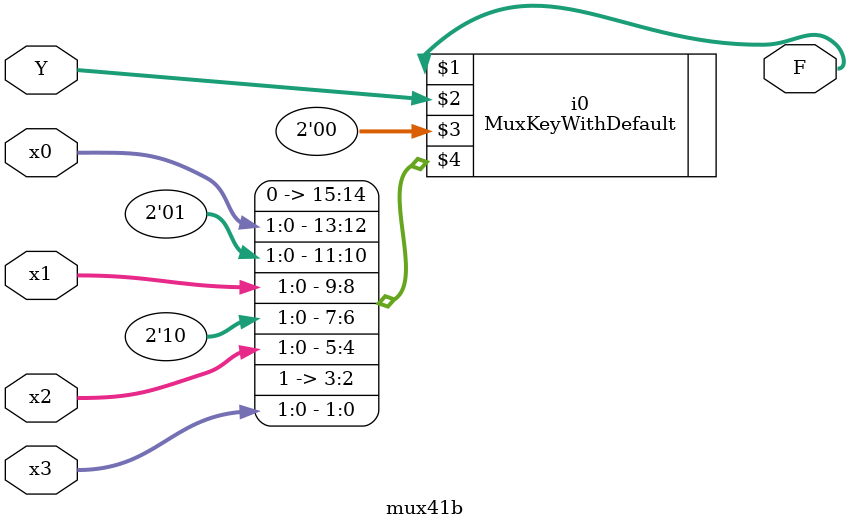
<source format=v>
module mux41b(
        input [1:0] x0,
        input [1:0] x1,
        input [1:0] x2,
        input [1:0] x3,
        input [1:0] Y,
        output [1:0] F
);
MuxKeyWithDefault #(4, 2, 2) i0 (F, Y, 2'b00, {
        2'b00, x0[1:0],
        2'b01, x1[1:0],
        2'b10, x2[1:0],
        2'b11, x3[1:0]
});
endmodule




</source>
